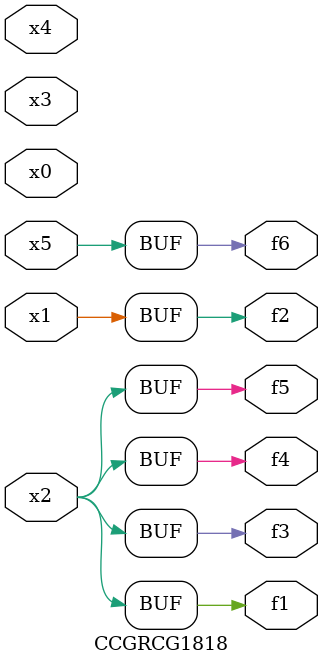
<source format=v>
module CCGRCG1818(
	input x0, x1, x2, x3, x4, x5,
	output f1, f2, f3, f4, f5, f6
);
	assign f1 = x2;
	assign f2 = x1;
	assign f3 = x2;
	assign f4 = x2;
	assign f5 = x2;
	assign f6 = x5;
endmodule

</source>
